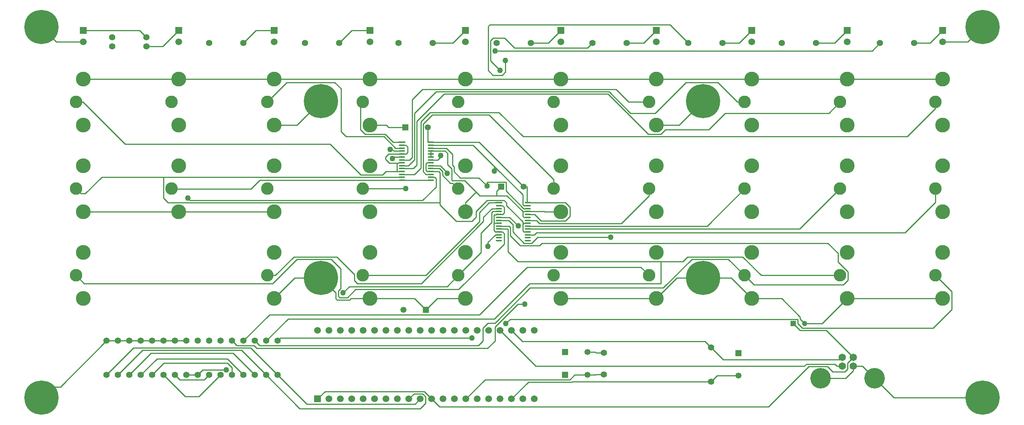
<source format=gtl>
%FSLAX23Y23*%
%MOIN*%
G70*
G01*
G75*
G04 Layer_Physical_Order=1*
%ADD10R,0.059X0.012*%
%ADD11O,0.059X0.012*%
%ADD12C,0.010*%
%ADD13C,0.300*%
%ADD14C,0.130*%
%ADD15C,0.110*%
%ADD16R,0.059X0.059*%
%ADD17C,0.059*%
%ADD18C,0.055*%
%ADD19R,0.053X0.053*%
%ADD20C,0.053*%
%ADD21C,0.047*%
%ADD22R,0.047X0.047*%
%ADD23R,0.059X0.059*%
%ADD24C,0.059*%
%ADD25C,0.065*%
%ADD26C,0.180*%
%ADD27C,0.050*%
D10*
X4410Y3490D02*
D03*
X5260Y2960D02*
D03*
D11*
X4410Y3464D02*
D03*
Y3439D02*
D03*
Y3413D02*
D03*
Y3388D02*
D03*
Y3362D02*
D03*
Y3336D02*
D03*
Y3311D02*
D03*
Y3285D02*
D03*
Y3260D02*
D03*
Y3234D02*
D03*
Y3209D02*
D03*
Y3183D02*
D03*
Y3157D02*
D03*
X4663Y3490D02*
D03*
Y3464D02*
D03*
Y3439D02*
D03*
Y3413D02*
D03*
Y3388D02*
D03*
Y3362D02*
D03*
Y3336D02*
D03*
Y3311D02*
D03*
Y3285D02*
D03*
Y3260D02*
D03*
Y3234D02*
D03*
Y3209D02*
D03*
Y3183D02*
D03*
Y3157D02*
D03*
X5513Y2627D02*
D03*
Y2653D02*
D03*
Y2679D02*
D03*
Y2704D02*
D03*
Y2730D02*
D03*
Y2755D02*
D03*
Y2781D02*
D03*
Y2806D02*
D03*
Y2832D02*
D03*
Y2858D02*
D03*
Y2883D02*
D03*
Y2909D02*
D03*
Y2934D02*
D03*
Y2960D02*
D03*
X5260Y2627D02*
D03*
Y2653D02*
D03*
Y2679D02*
D03*
Y2704D02*
D03*
Y2730D02*
D03*
Y2755D02*
D03*
Y2781D02*
D03*
Y2806D02*
D03*
Y2832D02*
D03*
Y2858D02*
D03*
Y2883D02*
D03*
Y2909D02*
D03*
Y2934D02*
D03*
D12*
X5225Y4292D02*
X8532D01*
X8600Y4360D01*
X5165Y4120D02*
X5206Y4079D01*
X5165Y4120D02*
Y4506D01*
X5179Y4520D01*
X5206Y4079D02*
X5288D01*
X5179Y4520D02*
X6760D01*
X5288Y4079D02*
X5316Y4107D01*
Y4207D01*
X6760Y4520D02*
X6920Y4360D01*
X5185Y4205D02*
Y4380D01*
X5208Y4403D01*
X5185Y4205D02*
X5269Y4121D01*
X5311Y4403D02*
X5397Y4317D01*
X6037D01*
X5208Y4403D02*
X5311D01*
X6037Y4317D02*
X6080Y4360D01*
X8900D02*
X9040D01*
X9150Y4470D01*
X8040Y4360D02*
X8203D01*
X8313Y4470D01*
X7220Y4360D02*
X7366D01*
X7476Y4470D01*
X6380Y4360D02*
X6529D01*
X6639Y4470D01*
X5540Y4360D02*
X5692D01*
X5802Y4470D01*
X4680Y4360D02*
X4855D01*
X4965Y4470D01*
X3860Y4360D02*
X3970Y4470D01*
X4128D01*
X3020Y4360D02*
X3130Y4470D01*
X3291D01*
X2170Y4330D02*
X2314D01*
X2454Y4470D01*
X1617D02*
X2110D01*
X2170Y4410D01*
X4970Y1240D02*
X5138Y1408D01*
X5882D01*
X5924Y1450D01*
X6037D01*
X6106D01*
X6110Y1454D01*
X6180D01*
X6037Y1650D02*
X6106D01*
X6110Y1646D02*
X6180D01*
X6106Y1650D02*
X6110Y1646D01*
X5370Y1240D02*
X5518Y1388D01*
X5902D01*
X5904Y1390D01*
X7120D01*
X7173Y1443D01*
X7360D01*
X5370Y1840D02*
X5466Y1744D01*
X7066D02*
X7120Y1690D01*
X5466Y1744D02*
X7066D01*
X7120Y1690D02*
X7226Y1584D01*
X8268D01*
Y1605D01*
X1250Y1250D02*
Y1345D01*
X1415D01*
X1820Y1750D01*
X1920D01*
X2020D01*
X2120D01*
X2220D01*
X2320D01*
X2420D01*
X2520D01*
X1617Y2880D02*
X2454D01*
X3291D01*
X3828Y2120D02*
X3839Y2109D01*
X3952D01*
X4520Y2120D02*
X4620Y2020D01*
X3952Y2109D02*
X3963Y2120D01*
X3828D02*
Y2172D01*
X3963Y2120D02*
X4128D01*
X4520D01*
X4620Y2020D02*
X4720Y2120D01*
X4965D01*
X3291D02*
X3471Y2300D01*
X3700D01*
X3828Y2172D01*
X1617Y4046D02*
X2454D01*
X1250Y4500D02*
X1380Y4370D01*
X1617D01*
X3291Y3640D02*
X3490D01*
X3700Y3850D01*
X2454Y4046D02*
X3291D01*
X4663Y3362D02*
Y3388D01*
Y3413D01*
X4790D01*
X4850Y3153D02*
X4960D01*
X4845Y3158D02*
X4850Y3153D01*
X4965Y2880D02*
Y2960D01*
X4960Y3153D02*
X5059Y3054D01*
X4965Y2960D02*
X5059Y3054D01*
X4811Y3293D02*
Y3392D01*
X4790Y3413D02*
X4811Y3392D01*
X4845Y3158D02*
Y3259D01*
X4811Y3293D02*
X4845Y3259D01*
X4293Y3620D02*
X4440D01*
X4128Y3640D02*
X4273D01*
X4293Y3620D01*
X3291Y4046D02*
X4128D01*
X4965D01*
X5802D01*
Y2120D02*
X6639D01*
X6819Y2300D01*
X7050D01*
X7296D01*
X5480Y2832D02*
X5513D01*
X5468Y2844D02*
X5480Y2832D01*
X7296Y2300D02*
X7476Y2120D01*
X8080Y1420D02*
X8299D01*
X7899Y1941D02*
Y1959D01*
X7476Y2120D02*
X7738D01*
X7940Y1900D02*
X8093D01*
X7738Y2120D02*
X7899Y1959D01*
Y1941D02*
X7940Y1900D01*
X8299Y1420D02*
X8366Y1487D01*
X8724Y1250D02*
X9500D01*
X8554Y1420D02*
X8724Y1250D01*
X8366Y1487D02*
Y1527D01*
X8093Y1900D02*
X8313Y2120D01*
X8366Y1527D02*
X8447D01*
X8554Y1420D01*
X8313Y2120D02*
X9150D01*
X5468Y2844D02*
Y2883D01*
X5059Y3054D02*
X5093Y3020D01*
X5468Y2883D02*
X5513D01*
X5331Y3020D02*
X5468Y2883D01*
X5093Y3020D02*
X5240D01*
Y3060D01*
Y3020D02*
X5331D01*
X5240Y3060D02*
X5280Y3100D01*
X5658Y2880D02*
X5802D01*
X5655Y2883D02*
X5658Y2880D01*
X5513Y2883D02*
X5655D01*
X5802Y4046D02*
X6639D01*
Y3640D02*
X6840D01*
X7050Y3850D01*
X6639Y4046D02*
X7476D01*
X8313D01*
X9150D01*
Y4370D02*
X9370D01*
X9500Y4500D01*
X3670Y1240D02*
X3735Y1305D01*
X4670Y1240D02*
X4738Y1172D01*
X7622D01*
X3735Y1305D02*
X4605D01*
X4670Y1240D01*
X4636Y3490D02*
Y3619D01*
X4637Y3620D01*
X4636Y3490D02*
X4663D01*
X5087D01*
X7622Y1172D02*
X7975Y1525D01*
X8139D01*
X7899Y1841D02*
X8131D01*
X5573Y2858D02*
X5631Y2800D01*
X7840Y1900D02*
X7899Y1841D01*
X8139Y1525D02*
X8185Y1479D01*
X8294D01*
X8317Y1502D01*
Y1556D01*
X8131Y1841D02*
X8366Y1605D01*
X8317Y1556D02*
X8366Y1605D01*
X5506Y2960D02*
X5513D01*
X5506D02*
Y3100D01*
X5087Y3490D02*
X5477Y3100D01*
X5506D01*
X5513Y2858D02*
X5573D01*
X5631Y2800D02*
X5842D01*
X5882Y2840D01*
X5513Y2960D02*
X5842D01*
X5882Y2840D02*
Y2920D01*
X5842Y2960D02*
X5882Y2920D01*
X5270Y1840D02*
X5583Y1527D01*
X7937D01*
X7955Y1545D01*
X8205D02*
X8223Y1527D01*
X7955Y1545D02*
X8205D01*
X8223Y1527D02*
X8268D01*
X2520Y1450D02*
X2620D01*
X2663Y1493D01*
X2870D01*
X3876Y3584D02*
Y3960D01*
X3228Y3843D02*
X3400Y4015D01*
X3821D01*
X3876Y3960D01*
X4253Y3540D02*
X4354Y3439D01*
X3876Y3584D02*
X3920Y3540D01*
X4354Y3439D02*
X4410D01*
X3920Y3540D02*
X4253D01*
X4047Y3600D02*
Y3843D01*
Y3600D02*
X4087Y3560D01*
X4047Y3843D02*
X4065D01*
X4262Y3560D02*
X4332Y3490D01*
X4087Y3560D02*
X4262D01*
X4332Y3490D02*
X4410D01*
X4306Y3429D02*
X4323D01*
X4339Y3413D01*
X4410D01*
X4326Y3348D02*
X4331D01*
X4345Y3362D01*
X4410D01*
Y3336D02*
X4477D01*
X4500Y3359D01*
Y3865D01*
X6285Y3953D02*
X6395Y3843D01*
X4500Y3865D02*
X4588Y3953D01*
X6395Y3843D02*
X6576D01*
X4588Y3953D02*
X6285D01*
X4410Y3285D02*
X4467D01*
X4520Y3339D01*
Y3743D01*
X4710Y3933D01*
X6225D01*
X6412Y3746D01*
X6630D01*
X6899Y4015D01*
X7178D01*
X7350Y3843D01*
X7413D01*
X4410Y3260D02*
X4509D01*
X4540Y3291D01*
Y3674D01*
X4779Y3913D01*
X6216D01*
X6569Y3560D01*
X6678D01*
X6720Y3602D01*
X7098D01*
X7242Y3746D01*
X8153D01*
X8250Y3843D01*
X4410Y3209D02*
X4520D01*
X4575Y3264D01*
Y3672D01*
X4655Y3752D01*
X5261D02*
X5473Y3540D01*
X8838D01*
X9087Y3789D01*
X4655Y3752D02*
X5261D01*
X9087Y3789D02*
Y3843D01*
X4049Y3205D02*
X4241D01*
X3781Y3473D02*
X4049Y3205D01*
X4241D02*
X4270Y3234D01*
X4365D01*
X4410D01*
X4266Y3340D02*
X4298Y3308D01*
X4365D01*
X1554Y3843D02*
X1613D01*
X1983Y3473D01*
X4266Y3340D02*
Y3361D01*
X4294Y3389D01*
X1983Y3473D02*
X3781D01*
X4294Y3389D02*
X4385D01*
X4365Y3234D02*
Y3308D01*
X4380D01*
Y3311D01*
X4410D01*
X4385Y3389D02*
X4386Y3388D01*
X4410D01*
Y3464D02*
X4444D01*
X4410Y3388D02*
X4446D01*
X4458Y3400D01*
X4444Y3464D02*
X4458Y3450D01*
Y3400D02*
Y3450D01*
X3228Y2323D02*
Y2323D01*
X3300D01*
X3462Y2485D01*
X3840D01*
X3993Y2279D02*
X4020Y2252D01*
X3993Y2279D02*
Y2332D01*
X4020Y2252D02*
X4578D01*
X5124Y2798D01*
X3840Y2485D02*
X3993Y2332D01*
X5124Y2798D02*
Y2833D01*
X5200Y2909D01*
X5260D01*
X4065Y2323D02*
X4618D01*
X5088Y2793D01*
Y2876D01*
X5172Y2960D01*
X5260D01*
X3892Y2170D02*
X3948Y2226D01*
X4805D01*
X4902Y2323D01*
X5103Y2524D01*
Y2696D01*
X5195Y2788D01*
Y2873D01*
X5205Y2883D01*
X5260D01*
X3113Y1707D02*
X3137Y1683D01*
X2920Y1750D02*
X2963Y1707D01*
X3137Y1683D02*
X5160D01*
X5225Y1748D01*
X2963Y1707D02*
X3113D01*
X5225Y1748D02*
Y1870D01*
X5426Y2071D01*
X5487D01*
X5260Y2832D02*
X5353D01*
X5428Y2757D01*
X3020Y1750D02*
X3248Y1978D01*
X5090D01*
X5507Y2395D01*
X5260Y2806D02*
X5345D01*
X5382Y2704D02*
X5480Y2606D01*
X5345Y2806D02*
X5382Y2769D01*
X5507Y2395D02*
X6504D01*
X6576Y2323D01*
X5480Y2606D02*
X5546D01*
X5382Y2704D02*
Y2769D01*
X5546Y2606D02*
X5599Y2659D01*
X6240D01*
X3163Y1707D02*
X5080D01*
X3120Y1750D02*
X3163Y1707D01*
X5080D02*
X5120Y1747D01*
Y1862D01*
X5163Y1905D01*
X5225D01*
X5360Y2671D02*
Y2744D01*
X5260Y2755D02*
X5349D01*
X5225Y1905D02*
X5534Y2214D01*
X5445Y2586D02*
X5616D01*
X5349Y2755D02*
X5360Y2744D01*
Y2671D02*
X5445Y2586D01*
X5534Y2214D02*
X6701D01*
X6952Y2465D01*
X7495Y2241D02*
X8280D01*
X8320Y2281D01*
X7413Y2323D02*
X7495Y2241D01*
X8320Y2281D02*
Y2353D01*
X6952Y2465D02*
X7271D01*
X5616Y2586D02*
X5636Y2606D01*
X7271Y2465D02*
X7413Y2323D01*
X8232Y2441D02*
X8320Y2353D01*
X8232Y2441D02*
Y2518D01*
X5636Y2606D02*
X8144D01*
X8232Y2518D01*
X3220Y1750D02*
X3412Y1942D01*
X5221D01*
X5529Y2250D01*
X5339Y2531D02*
Y2728D01*
Y2531D02*
X5425Y2445D01*
X5260Y2730D02*
X5337D01*
X5339Y2728D01*
X5529Y2250D02*
X6678D01*
Y2445D01*
X7396Y2485D02*
X7558Y2323D01*
X5425Y2445D02*
X6678D01*
X6873D01*
X7558Y2323D02*
X8250D01*
X6873Y2445D02*
X6913Y2485D01*
X7396D01*
X3320Y1750D02*
X3346Y1776D01*
X5023D01*
X5164Y2579D02*
Y2613D01*
X5230Y2679D01*
X5260D01*
X7920Y1861D02*
X9065D01*
X7879Y1902D02*
X7920Y1861D01*
X9065D02*
X9230Y2026D01*
X5320Y1900D02*
X5359Y1939D01*
X7879Y1902D02*
Y1939D01*
X5359D02*
X7879D01*
X9230Y2026D02*
Y2180D01*
X9087Y2323D02*
X9230Y2180D01*
X3852Y2140D02*
X3863Y2129D01*
X3852Y2140D02*
Y2189D01*
X3872Y2209D01*
Y2381D01*
X3863Y2129D02*
X3932D01*
X4003Y2200D01*
X4907D01*
X5305Y2598D01*
X1554Y2323D02*
X1624Y2252D01*
X3275D01*
X3488Y2465D01*
X3788D01*
X3872Y2381D01*
X5215Y2719D02*
Y2781D01*
X5260D01*
X5215D02*
Y2853D01*
X5230Y2704D02*
X5260D01*
X5215Y2719D02*
X5230Y2704D01*
X5215Y2853D02*
X5235D01*
X5260Y2704D02*
X5291D01*
X5305Y2598D02*
Y2690D01*
X5291Y2704D02*
X5305Y2690D01*
X5235Y2853D02*
Y2858D01*
X5260D01*
X5293D01*
X5305Y2870D01*
X5260Y2934D02*
X5291D01*
X5305Y2870D02*
Y2920D01*
X5291Y2934D02*
X5305Y2920D01*
X4663Y3336D02*
X4724D01*
X4748Y3360D01*
Y3373D01*
X4065Y3083D02*
X4444D01*
X4444Y3083D01*
X4790Y3234D02*
Y3240D01*
Y3234D02*
X4805Y3219D01*
X4663Y3285D02*
X4745D01*
X4790Y3240D01*
X4740Y3260D02*
X4765Y3235D01*
Y3200D02*
X4833Y3132D01*
X4663Y3260D02*
X4740D01*
X4853Y3132D02*
X4902Y3083D01*
X4765Y3200D02*
Y3235D01*
X4833Y3132D02*
X4853D01*
X4595Y3234D02*
X4620Y3209D01*
X4663D01*
X4595Y3234D02*
Y3652D01*
X4675Y3732D01*
X5739Y3083D02*
Y3166D01*
X4675Y3732D02*
X5173D01*
X5739Y3166D01*
X5589Y2806D02*
X5617Y2778D01*
X5513Y2806D02*
X5589D01*
X5617Y2778D02*
X6333D01*
X6576Y3021D01*
Y3083D01*
X5513Y2755D02*
X7085D01*
X7413Y3083D01*
X5513Y2730D02*
X7897D01*
X8250Y3083D01*
X5513Y2679D02*
X5569D01*
X5589Y2699D01*
X8820D01*
X9087Y2966D01*
Y3083D01*
X1554D02*
X1596Y3040D01*
X1634D01*
X2320Y3000D02*
Y3185D01*
X1634Y3040D02*
X1779Y3185D01*
X2320Y3000D02*
X2360Y2960D01*
X4744D01*
X4228Y3183D02*
X4410D01*
X4226Y3185D02*
X4228Y3183D01*
X1779Y3185D02*
X2320D01*
X4226D01*
X4618Y3246D02*
X4630Y3234D01*
X4618Y3246D02*
Y3300D01*
X4629Y3311D01*
X4630Y3234D02*
X4663D01*
X4734D01*
X4629Y3311D02*
X4663D01*
X5468Y2716D02*
X5480Y2704D01*
X5468Y2716D02*
Y2770D01*
X4744Y2940D02*
X4886Y2798D01*
X5468Y2770D02*
Y2793D01*
X5325Y2936D02*
X5468Y2793D01*
X5480Y2704D02*
X5513D01*
X5468Y2770D02*
X5479Y2781D01*
X5513D01*
X4886Y2798D02*
X5023D01*
X5059Y2834D01*
X4734Y3234D02*
X4744Y3224D01*
Y2940D02*
Y2960D01*
Y3224D01*
X5059Y2834D02*
Y2884D01*
X5325Y2936D02*
Y2960D01*
X5059Y2884D02*
X5156Y2981D01*
X5304D02*
X5325Y2960D01*
X5156Y2981D02*
X5304D01*
X2532Y3000D02*
X2534Y3002D01*
X2532Y3000D02*
X2552Y2980D01*
X4589D01*
X4708Y3099D01*
X4663Y3183D02*
X4695D01*
X4708Y3099D02*
Y3170D01*
X4695Y3183D02*
X4708Y3170D01*
X2391Y3082D02*
Y3083D01*
Y3082D02*
X3087D01*
X3162Y3157D01*
X4410D01*
X4663D01*
X2420Y1450D02*
X2463Y1407D01*
X2677D01*
X2720Y1450D01*
X2320D02*
X2510Y1260D01*
X2630D01*
X2820Y1450D01*
X2220D02*
X2323Y1553D01*
X2880D01*
X2920Y1450D02*
Y1513D01*
X2880Y1553D02*
X2920Y1513D01*
X2120Y1450D02*
X2262Y1592D01*
X2878D01*
X3020Y1450D01*
X2020D02*
X2211Y1641D01*
X2929D01*
X3120Y1450D01*
X3220D02*
X3514Y1156D01*
X1920Y1450D02*
X2137Y1667D01*
X3003D01*
X3220Y1450D01*
X3514Y1156D02*
X4571D01*
X4615Y1200D01*
Y1260D01*
X4470Y1240D02*
X4515Y1285D01*
X4590D01*
X4615Y1260D01*
X1820Y1450D02*
X2057Y1687D01*
X3083D01*
X3320Y1450D01*
X3575Y1195D01*
X4525D01*
X4570Y1240D01*
X4865Y3234D02*
X4920Y3179D01*
X4865Y3234D02*
Y3279D01*
X4920Y3179D02*
X5084D01*
X5155Y3108D01*
X4663Y3439D02*
X4800D01*
X4854Y3290D02*
X4865Y3279D01*
X4800Y3439D02*
X4854Y3385D01*
Y3290D02*
Y3385D01*
X5155Y3108D02*
Y3142D01*
X5322Y3064D02*
Y3142D01*
X5477Y2909D02*
X5513D01*
X5155Y3142D02*
X5322D01*
Y3064D02*
X5477Y2909D01*
X4663Y3464D02*
X5034D01*
X5219Y3279D01*
X5468Y2946D02*
X5480Y2934D01*
X5513D01*
X5219Y3239D02*
Y3279D01*
X5239Y3259D01*
X5468Y2946D02*
Y3030D01*
X5239Y3259D02*
X5468Y3030D01*
D13*
X1250Y1250D02*
D03*
X3700Y2300D02*
D03*
X1250Y4500D02*
D03*
X3700Y3850D02*
D03*
X7050Y2300D02*
D03*
X9500Y1250D02*
D03*
X7050Y3850D02*
D03*
X9500Y4500D02*
D03*
D14*
X2454Y3286D02*
D03*
Y2880D02*
D03*
Y4046D02*
D03*
Y3640D02*
D03*
X1617Y2526D02*
D03*
Y2120D02*
D03*
Y3286D02*
D03*
Y2880D02*
D03*
X9150Y3286D02*
D03*
Y2880D02*
D03*
X8313Y3286D02*
D03*
Y2880D02*
D03*
X7476Y3286D02*
D03*
Y2880D02*
D03*
X6639Y3286D02*
D03*
Y2880D02*
D03*
X5802Y3286D02*
D03*
Y2880D02*
D03*
X4965Y3286D02*
D03*
Y2880D02*
D03*
X4128Y3286D02*
D03*
Y2880D02*
D03*
X3291Y3286D02*
D03*
Y2880D02*
D03*
X1617Y3640D02*
D03*
Y4046D02*
D03*
X9150Y2526D02*
D03*
Y2120D02*
D03*
X8313Y2526D02*
D03*
Y2120D02*
D03*
X7476Y2526D02*
D03*
Y2120D02*
D03*
X6639Y2526D02*
D03*
Y2120D02*
D03*
X5802Y2526D02*
D03*
Y2120D02*
D03*
X4965Y2526D02*
D03*
Y2120D02*
D03*
X4128Y2526D02*
D03*
Y2120D02*
D03*
X3291Y2526D02*
D03*
Y2120D02*
D03*
X9150Y4046D02*
D03*
Y3640D02*
D03*
X8313Y4046D02*
D03*
Y3640D02*
D03*
X7476Y4046D02*
D03*
Y3640D02*
D03*
X6639Y4046D02*
D03*
Y3640D02*
D03*
X5802Y4046D02*
D03*
Y3640D02*
D03*
X4965Y4046D02*
D03*
Y3640D02*
D03*
X4128Y4046D02*
D03*
Y3640D02*
D03*
X3291Y4046D02*
D03*
Y3640D02*
D03*
D15*
X2391Y3083D02*
D03*
Y3843D02*
D03*
X1554Y2323D02*
D03*
Y3083D02*
D03*
X9087D02*
D03*
X8250D02*
D03*
X7413D02*
D03*
X6576D02*
D03*
X5739D02*
D03*
X4902D02*
D03*
X4065D02*
D03*
X3228D02*
D03*
X1554Y3843D02*
D03*
X9087Y2323D02*
D03*
X8250D02*
D03*
X7413D02*
D03*
X6576D02*
D03*
X5739D02*
D03*
X4902D02*
D03*
X4065D02*
D03*
X3228D02*
D03*
X9087Y3843D02*
D03*
X8250D02*
D03*
X7413D02*
D03*
X6576D02*
D03*
X5739D02*
D03*
X4902D02*
D03*
X4065D02*
D03*
X3228D02*
D03*
D16*
X1617Y4470D02*
D03*
X2454D02*
D03*
X3291D02*
D03*
X4128D02*
D03*
X4965D02*
D03*
X5802D02*
D03*
X6639D02*
D03*
X7476D02*
D03*
X8313D02*
D03*
X9150D02*
D03*
D17*
X1617Y4370D02*
D03*
X2454D02*
D03*
X3291D02*
D03*
X4128D02*
D03*
X4965D02*
D03*
X5802D02*
D03*
X6639D02*
D03*
X7476D02*
D03*
X8313D02*
D03*
X9150D02*
D03*
D18*
X1870Y4410D02*
D03*
X2170D02*
D03*
X1870Y4330D02*
D03*
X2170D02*
D03*
X2720Y4360D02*
D03*
X3020D02*
D03*
X3560D02*
D03*
X3860D02*
D03*
X4380D02*
D03*
X4680D02*
D03*
X5240D02*
D03*
X5540D02*
D03*
X6080D02*
D03*
X6380D02*
D03*
X6920D02*
D03*
X7220D02*
D03*
X7740D02*
D03*
X8040D02*
D03*
X8600D02*
D03*
X8900D02*
D03*
X6180Y1646D02*
D03*
Y1454D02*
D03*
X7120Y1690D02*
D03*
Y1390D02*
D03*
X2620Y1750D02*
D03*
Y1450D02*
D03*
X2720Y1750D02*
D03*
Y1450D02*
D03*
X2820Y1750D02*
D03*
Y1450D02*
D03*
X2920Y1750D02*
D03*
Y1450D02*
D03*
X3020Y1750D02*
D03*
Y1450D02*
D03*
X3120Y1750D02*
D03*
Y1450D02*
D03*
X3220Y1750D02*
D03*
Y1450D02*
D03*
X3320Y1750D02*
D03*
Y1450D02*
D03*
X2520D02*
D03*
Y1750D02*
D03*
X2420Y1450D02*
D03*
Y1750D02*
D03*
X2320Y1450D02*
D03*
Y1750D02*
D03*
X2220Y1450D02*
D03*
Y1750D02*
D03*
X2120Y1450D02*
D03*
Y1750D02*
D03*
X2020Y1450D02*
D03*
Y1750D02*
D03*
X1920Y1450D02*
D03*
Y1750D02*
D03*
X1820Y1450D02*
D03*
Y1750D02*
D03*
D19*
X5840Y1650D02*
D03*
Y1450D02*
D03*
X7360Y1640D02*
D03*
X4440Y3620D02*
D03*
X5280Y3100D02*
D03*
X4620Y2020D02*
D03*
D20*
X6037Y1650D02*
D03*
Y1450D02*
D03*
X7360Y1443D02*
D03*
X4637Y3620D02*
D03*
X5477Y3100D02*
D03*
X4423Y2020D02*
D03*
D21*
X7940Y1900D02*
D03*
D22*
X7840D02*
D03*
D23*
X3670Y1240D02*
D03*
D24*
X3770D02*
D03*
X3870D02*
D03*
X3970D02*
D03*
X4070D02*
D03*
X4170D02*
D03*
X4270D02*
D03*
X4370D02*
D03*
X4470D02*
D03*
X4570D02*
D03*
X4670D02*
D03*
X4770D02*
D03*
X4870D02*
D03*
X4970D02*
D03*
X5070D02*
D03*
X5170D02*
D03*
X5270D02*
D03*
X5370D02*
D03*
X5470D02*
D03*
X5570D02*
D03*
X3670Y1840D02*
D03*
X3770D02*
D03*
X3870D02*
D03*
X3970D02*
D03*
X4070D02*
D03*
X4170D02*
D03*
X4270D02*
D03*
X4370D02*
D03*
X4470D02*
D03*
X4570D02*
D03*
X4670D02*
D03*
X4770D02*
D03*
X4870D02*
D03*
X4970D02*
D03*
X5070D02*
D03*
X5170D02*
D03*
X5270D02*
D03*
X5370D02*
D03*
X5470D02*
D03*
X5570D02*
D03*
D25*
X8366Y1527D02*
D03*
X8366Y1605D02*
D03*
X8268D02*
D03*
Y1527D02*
D03*
D26*
X8554Y1420D02*
D03*
X8080D02*
D03*
D27*
X5225Y4292D02*
D03*
X5316Y4207D02*
D03*
X5269Y4121D02*
D03*
X2870Y1493D02*
D03*
X4306Y3429D02*
D03*
X4326Y3348D02*
D03*
X3892Y2170D02*
D03*
X5487Y2071D02*
D03*
X5428Y2757D02*
D03*
X6240Y2659D02*
D03*
X5023Y1776D02*
D03*
X5164Y2579D02*
D03*
X5320Y1900D02*
D03*
X4748Y3373D02*
D03*
X4444Y3083D02*
D03*
X4805Y3219D02*
D03*
X2534Y3002D02*
D03*
X5155Y3108D02*
D03*
X5219Y3239D02*
D03*
M02*

</source>
